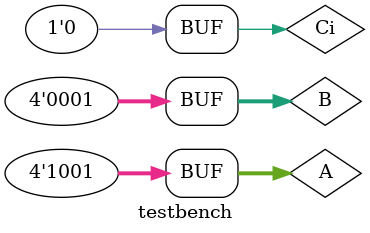
<source format=v>
`include "fbfa.v"  

module testbench;

    reg [3:0]A,B;
    reg Ci;          // i/p's in reg

    wire [3:0]S,C;
    wire Co;         // o/p's in wire

    fbfa obj (S,Co,A,B,Ci);

    initial 
    begin
    A=4'b1001;
    B=4'b0001;
    Ci=0;

    $monitor("A=%d, B=%d, S=%b, Co=%b",A,B,S,Co);
    end

endmodule    

</source>
